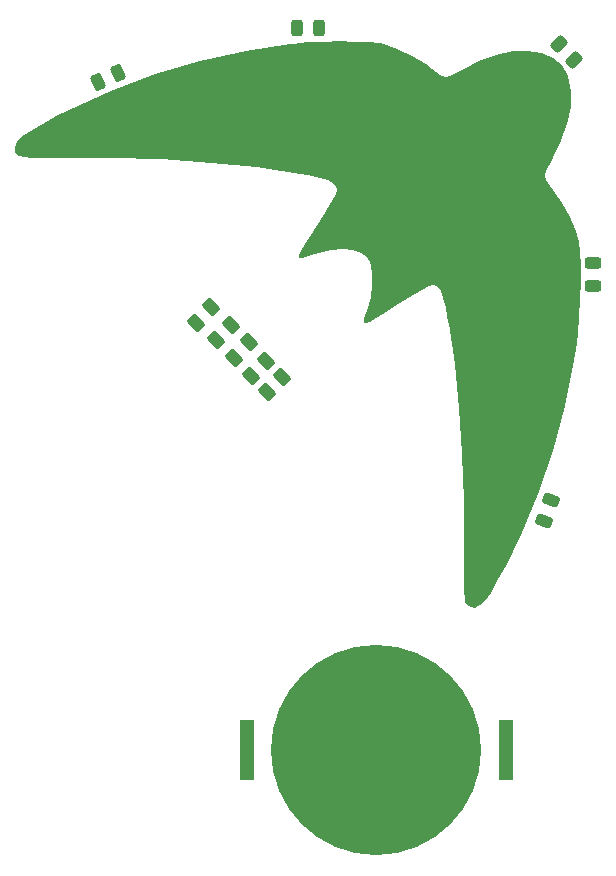
<source format=gbs>
G04 #@! TF.GenerationSoftware,KiCad,Pcbnew,(6.0.10-0)*
G04 #@! TF.CreationDate,2023-09-13T21:46:28+02:00*
G04 #@! TF.ProjectId,SwiftLeeds,53776966-744c-4656-9564-732e6b696361,rev?*
G04 #@! TF.SameCoordinates,Original*
G04 #@! TF.FileFunction,Soldermask,Bot*
G04 #@! TF.FilePolarity,Negative*
%FSLAX46Y46*%
G04 Gerber Fmt 4.6, Leading zero omitted, Abs format (unit mm)*
G04 Created by KiCad (PCBNEW (6.0.10-0)) date 2023-09-13 21:46:28*
%MOMM*%
%LPD*%
G01*
G04 APERTURE LIST*
G04 Aperture macros list*
%AMRoundRect*
0 Rectangle with rounded corners*
0 $1 Rounding radius*
0 $2 $3 $4 $5 $6 $7 $8 $9 X,Y pos of 4 corners*
0 Add a 4 corners polygon primitive as box body*
4,1,4,$2,$3,$4,$5,$6,$7,$8,$9,$2,$3,0*
0 Add four circle primitives for the rounded corners*
1,1,$1+$1,$2,$3*
1,1,$1+$1,$4,$5*
1,1,$1+$1,$6,$7*
1,1,$1+$1,$8,$9*
0 Add four rect primitives between the rounded corners*
20,1,$1+$1,$2,$3,$4,$5,0*
20,1,$1+$1,$4,$5,$6,$7,0*
20,1,$1+$1,$6,$7,$8,$9,0*
20,1,$1+$1,$8,$9,$2,$3,0*%
G04 Aperture macros list end*
%ADD10RoundRect,0.250000X-0.132583X0.503814X-0.503814X0.132583X0.132583X-0.503814X0.503814X-0.132583X0*%
%ADD11RoundRect,0.243750X0.345367X-0.385097X0.512102X0.073003X-0.345367X0.385097X-0.512102X-0.073003X0*%
%ADD12RoundRect,0.243750X0.456250X-0.243750X0.456250X0.243750X-0.456250X0.243750X-0.456250X-0.243750X0*%
%ADD13RoundRect,0.243750X0.494975X0.150260X0.150260X0.494975X-0.494975X-0.150260X-0.150260X-0.494975X0*%
%ADD14RoundRect,0.243750X0.243750X0.456250X-0.243750X0.456250X-0.243750X-0.456250X0.243750X-0.456250X0*%
%ADD15RoundRect,0.243750X0.028093X0.516516X-0.413732X0.310490X-0.028093X-0.516516X0.413732X-0.310490X0*%
%ADD16R,1.270000X5.080000*%
%ADD17C,17.800000*%
G04 APERTURE END LIST*
G36*
X145857352Y-43657152D02*
G01*
X147025418Y-43718365D01*
X147949193Y-43819926D01*
X148284703Y-43884006D01*
X149399807Y-44257781D01*
X150619208Y-44852459D01*
X151806039Y-45596437D01*
X152365048Y-46018671D01*
X152975535Y-46450771D01*
X153491864Y-46619042D01*
X154032993Y-46527095D01*
X154717879Y-46178538D01*
X154856756Y-46094275D01*
X156318151Y-45320874D01*
X157766074Y-44788904D01*
X159159215Y-44496082D01*
X160456265Y-44440125D01*
X161615916Y-44618749D01*
X162596859Y-45029670D01*
X163357783Y-45670604D01*
X163857381Y-46539270D01*
X163876199Y-46592855D01*
X164144176Y-47841426D01*
X164116969Y-49182114D01*
X163788696Y-50648997D01*
X163153474Y-52276155D01*
X162754300Y-53092262D01*
X162387954Y-53834786D01*
X162101078Y-54479440D01*
X161933046Y-54934355D01*
X161905535Y-55072600D01*
X162019791Y-55403879D01*
X162312323Y-55885009D01*
X162549337Y-56199680D01*
X163320179Y-57289093D01*
X163995720Y-58513054D01*
X164508380Y-59735712D01*
X164760210Y-60644068D01*
X164862272Y-61483801D01*
X164913592Y-62616515D01*
X164917240Y-63959924D01*
X164876289Y-65431741D01*
X164793810Y-66949681D01*
X164672874Y-68431460D01*
X164516553Y-69794790D01*
X164387199Y-70637552D01*
X163585588Y-74507418D01*
X162553099Y-78310366D01*
X161314632Y-81971534D01*
X159895088Y-85416061D01*
X158586782Y-88076358D01*
X157881447Y-89356764D01*
X157299442Y-90316752D01*
X156818543Y-90985950D01*
X156416527Y-91393990D01*
X156071170Y-91570502D01*
X155956660Y-91583074D01*
X155494781Y-91459960D01*
X155253092Y-91276920D01*
X155168675Y-91095180D01*
X155106799Y-90754011D01*
X155065676Y-90211442D01*
X155043521Y-89425504D01*
X155038545Y-88354228D01*
X155048961Y-86955643D01*
X155053319Y-86585502D01*
X155038042Y-82540852D01*
X154895744Y-78541041D01*
X154631861Y-74664811D01*
X154251827Y-70990903D01*
X153761080Y-67598057D01*
X153729954Y-67415164D01*
X153506179Y-66221666D01*
X153293278Y-65359785D01*
X153070918Y-64783317D01*
X152818768Y-64446061D01*
X152516495Y-64301815D01*
X152353553Y-64287552D01*
X152045381Y-64388946D01*
X151491654Y-64668313D01*
X150758922Y-65088424D01*
X149913735Y-65612053D01*
X149473255Y-65898746D01*
X148404806Y-66594411D01*
X147611744Y-67082359D01*
X147063110Y-67378189D01*
X146727944Y-67497504D01*
X146575285Y-67455902D01*
X146557992Y-67367775D01*
X146619946Y-67124305D01*
X146773781Y-66641747D01*
X146930908Y-66183074D01*
X147156886Y-65302737D01*
X147277611Y-64323071D01*
X147287962Y-63374597D01*
X147182820Y-62587837D01*
X147083557Y-62291957D01*
X146744855Y-61836059D01*
X146334761Y-61524829D01*
X145663883Y-61326874D01*
X144764298Y-61263384D01*
X143760420Y-61330886D01*
X142776663Y-61525907D01*
X142430876Y-61633820D01*
X141833290Y-61835766D01*
X141382326Y-61973284D01*
X141203522Y-62012925D01*
X141083439Y-61956555D01*
X141094686Y-61763521D01*
X141255514Y-61397933D01*
X141584174Y-60823901D01*
X142098917Y-60005536D01*
X142665983Y-59137114D01*
X143253762Y-58215904D01*
X143738318Y-57398385D01*
X144085728Y-56745763D01*
X144262073Y-56319246D01*
X144277177Y-56229880D01*
X144210243Y-55891955D01*
X143978146Y-55616439D01*
X143533941Y-55382391D01*
X142830681Y-55168872D01*
X141821421Y-54954941D01*
X141149565Y-54834774D01*
X137519983Y-54303913D01*
X133603545Y-53903417D01*
X129471151Y-53638228D01*
X125193700Y-53513288D01*
X122167316Y-53511741D01*
X120618177Y-53525665D01*
X119407762Y-53523405D01*
X118495790Y-53497450D01*
X117841982Y-53440285D01*
X117406056Y-53344397D01*
X117147730Y-53202274D01*
X117026725Y-53006400D01*
X117002760Y-52749264D01*
X117019459Y-52551538D01*
X117174323Y-52191719D01*
X117576264Y-51771834D01*
X118248115Y-51276366D01*
X119212708Y-50689801D01*
X120492877Y-49996622D01*
X121625684Y-49421381D01*
X125151872Y-47829420D01*
X128884060Y-46447269D01*
X132724208Y-45303941D01*
X136574279Y-44428445D01*
X140336233Y-43849793D01*
X140526049Y-43828536D01*
X141779342Y-43721980D01*
X143145119Y-43658322D01*
X144534187Y-43636926D01*
X145857352Y-43657152D01*
G37*
D10*
X139655235Y-72024765D03*
X138364765Y-73315235D03*
X137024765Y-71955235D03*
X138315235Y-70664765D03*
X135574765Y-70425235D03*
X136865235Y-69134765D03*
X134034765Y-68955235D03*
X135325235Y-67664765D03*
X133665235Y-66154765D03*
X132374765Y-67445235D03*
D11*
X161779356Y-84240962D03*
X162420644Y-82479038D03*
D12*
X165970000Y-64317500D03*
X165970000Y-62442500D03*
D13*
X164382913Y-45212913D03*
X163057087Y-43887087D03*
D14*
X140922500Y-42550000D03*
X142797500Y-42550000D03*
D15*
X124048457Y-47079293D03*
X125747785Y-46286883D03*
D16*
X136635000Y-103640000D03*
X158605000Y-103640000D03*
D17*
X147620000Y-103640000D03*
M02*

</source>
